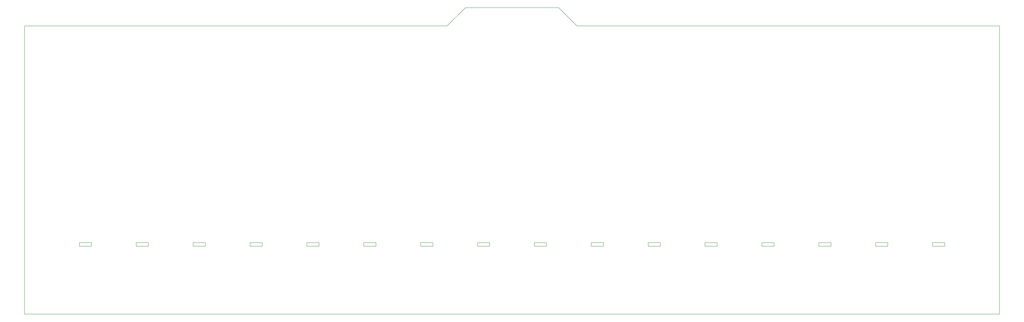
<source format=gbr>
G04 #@! TF.GenerationSoftware,KiCad,Pcbnew,(5.1.7)-1*
G04 #@! TF.CreationDate,2021-02-27T15:40:24-05:00*
G04 #@! TF.ProjectId,OpeNITHM-full,4f70654e-4954-4484-9d2d-66756c6c2e6b,rev?*
G04 #@! TF.SameCoordinates,Original*
G04 #@! TF.FileFunction,Profile,NP*
%FSLAX46Y46*%
G04 Gerber Fmt 4.6, Leading zero omitted, Abs format (unit mm)*
G04 Created by KiCad (PCBNEW (5.1.7)-1) date 2021-02-27 15:40:24*
%MOMM*%
%LPD*%
G01*
G04 APERTURE LIST*
G04 #@! TA.AperFunction,Profile*
%ADD10C,0.150000*%
G04 #@! TD*
G04 APERTURE END LIST*
D10*
X355000000Y-120700000D02*
X355000000Y-122500000D01*
X327000000Y-120700000D02*
X327000000Y-122500000D01*
X299000000Y-120700000D02*
X299000000Y-122500000D01*
X271000000Y-120700000D02*
X271000000Y-122500000D01*
X243000000Y-120700000D02*
X243000000Y-122500000D01*
X215000000Y-120700000D02*
X215000000Y-122500000D01*
X187000000Y-120700000D02*
X187000000Y-122500000D01*
X159000000Y-120700000D02*
X159000000Y-122500000D01*
X131000000Y-120700000D02*
X131000000Y-122500000D01*
X103000000Y-120700000D02*
X103000000Y-122500000D01*
X75000000Y-120700000D02*
X75000000Y-122500000D01*
X47000000Y-120700000D02*
X47000000Y-122500000D01*
X19000000Y-120700000D02*
X19000000Y-122500000D01*
X-9000000Y-120700000D02*
X-9000000Y-122500000D01*
X-37000000Y-120700000D02*
X-37000000Y-122500000D01*
X361000000Y-120700000D02*
X355000000Y-120700000D01*
X333000000Y-120700000D02*
X327000000Y-120700000D01*
X305000000Y-120700000D02*
X299000000Y-120700000D01*
X277000000Y-120700000D02*
X271000000Y-120700000D01*
X249000000Y-120700000D02*
X243000000Y-120700000D01*
X221000000Y-120700000D02*
X215000000Y-120700000D01*
X193000000Y-120700000D02*
X187000000Y-120700000D01*
X165000000Y-120700000D02*
X159000000Y-120700000D01*
X137000000Y-120700000D02*
X131000000Y-120700000D01*
X109000000Y-120700000D02*
X103000000Y-120700000D01*
X81000000Y-120700000D02*
X75000000Y-120700000D01*
X53000000Y-120700000D02*
X47000000Y-120700000D01*
X25000000Y-120700000D02*
X19000000Y-120700000D01*
X-3000000Y-120700000D02*
X-9000000Y-120700000D01*
X-31000000Y-120700000D02*
X-37000000Y-120700000D01*
X361000000Y-120700000D02*
X361000000Y-122500000D01*
X333000000Y-120700000D02*
X333000000Y-122500000D01*
X305000000Y-120700000D02*
X305000000Y-122500000D01*
X277000000Y-120700000D02*
X277000000Y-122500000D01*
X249000000Y-120700000D02*
X249000000Y-122500000D01*
X221000000Y-120700000D02*
X221000000Y-122500000D01*
X193000000Y-120700000D02*
X193000000Y-122500000D01*
X165000000Y-120700000D02*
X165000000Y-122500000D01*
X137000000Y-120700000D02*
X137000000Y-122500000D01*
X109000000Y-120700000D02*
X109000000Y-122500000D01*
X81000000Y-120700000D02*
X81000000Y-122500000D01*
X53000000Y-120700000D02*
X53000000Y-122500000D01*
X25000000Y-120700000D02*
X25000000Y-122500000D01*
X-3000000Y-120700000D02*
X-3000000Y-122500000D01*
X-31000000Y-120700000D02*
X-31000000Y-122500000D01*
X361000000Y-122500000D02*
X355000000Y-122500000D01*
X327000000Y-122500000D02*
X333000000Y-122500000D01*
X299000000Y-122500000D02*
X305000000Y-122500000D01*
X271000000Y-122500000D02*
X277000000Y-122500000D01*
X243000000Y-122500000D02*
X249000000Y-122500000D01*
X215000000Y-122500000D02*
X221000000Y-122500000D01*
X187000000Y-122500000D02*
X193000000Y-122500000D01*
X159000000Y-122500000D02*
X165000000Y-122500000D01*
X131000000Y-122500000D02*
X137000000Y-122500000D01*
X103000000Y-122500000D02*
X109000000Y-122500000D01*
X75000000Y-122500000D02*
X81000000Y-122500000D01*
X47000000Y-122500000D02*
X53000000Y-122500000D01*
X19000000Y-122500000D02*
X25000000Y-122500000D01*
X-9000000Y-122500000D02*
X-3000000Y-122500000D01*
X-37000000Y-122500000D02*
X-31000000Y-122500000D01*
X-59000000Y-120700000D02*
X-65000000Y-120700000D01*
X-65000000Y-122500000D02*
X-59000000Y-122500000D01*
X-59000000Y-120700000D02*
X-59000000Y-122500000D01*
X-65000000Y-120700000D02*
X-65000000Y-122500000D01*
X148000000Y-5000000D02*
X171000000Y-5000000D01*
X180000000Y-14000000D02*
X388000000Y-14000000D01*
X116000000Y-14000000D02*
X125000000Y-5000000D01*
X180000000Y-14000000D02*
X171000000Y-5000000D01*
X125000000Y-5000000D02*
X148000000Y-5000000D01*
X-92000000Y-14000000D02*
X-92000000Y-156000000D01*
X388000000Y-156000000D02*
X-92000000Y-156000000D01*
X388000000Y-14000000D02*
X388000000Y-156000000D01*
X-92000000Y-14000000D02*
X116000000Y-14000000D01*
M02*

</source>
